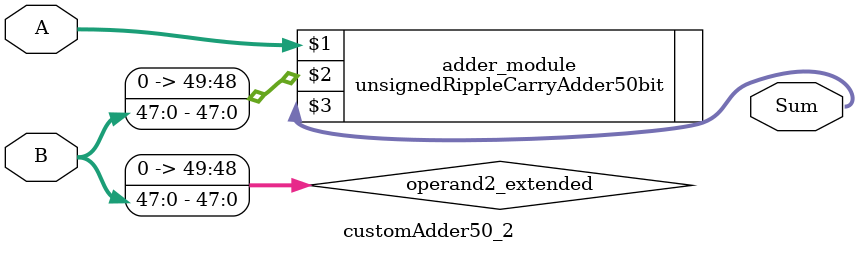
<source format=v>
module customAdder50_2(
                        input [49 : 0] A,
                        input [47 : 0] B,
                        
                        output [50 : 0] Sum
                );

        wire [49 : 0] operand2_extended;
        
        assign operand2_extended =  {2'b0, B};
        
        unsignedRippleCarryAdder50bit adder_module(
            A,
            operand2_extended,
            Sum
        );
        
        endmodule
        
</source>
